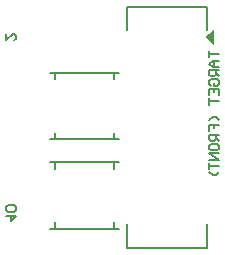
<source format=gbr>
%TF.GenerationSoftware,Altium Limited,Altium Designer,25.5.2 (35)*%
G04 Layer_Color=32896*
%FSLAX45Y45*%
%MOMM*%
%TF.SameCoordinates,263EE719-961F-4448-A72E-CF07F5483F46*%
%TF.FilePolarity,Positive*%
%TF.FileFunction,Legend,Bot*%
%TF.Part,Single*%
G01*
G75*
%TA.AperFunction,NonConductor*%
%ADD19C,0.20000*%
%ADD20C,0.15000*%
G36*
X2169959Y2111350D02*
X2247107Y2047059D01*
Y2175639D01*
X2169959Y2111350D01*
D02*
G37*
D19*
X895000Y1760000D02*
Y1805000D01*
X855000Y1812000D02*
X1440000D01*
X1400000Y1760000D02*
Y1805000D01*
X855000Y1249000D02*
X1440000D01*
X895000Y1260000D02*
Y1305000D01*
X1400000Y1260000D02*
Y1305000D01*
X895000Y1000000D02*
Y1045000D01*
X855000Y1052000D02*
X1440000D01*
X1400000Y1000000D02*
Y1045000D01*
X855000Y489000D02*
X1440000D01*
X895000Y500000D02*
Y545000D01*
X1400000Y500000D02*
Y545000D01*
X1510000Y2370000D02*
X2185000D01*
X1510000Y2170000D02*
Y2370000D01*
X2185000Y2170000D02*
Y2370000D01*
X1510000Y330000D02*
X2185000D01*
Y530000D01*
X1510000Y330000D02*
Y530000D01*
D20*
X484999Y2138316D02*
Y2085000D01*
X538315Y2138316D01*
X551645D01*
X564973Y2124987D01*
Y2098329D01*
X551645Y2085000D01*
X484999Y594988D02*
X564973D01*
X524986Y555001D01*
Y608317D01*
X551644Y634975D02*
X564973Y648304D01*
Y674962D01*
X551644Y688291D01*
X498328D01*
X484999Y674962D01*
Y648304D01*
X498328Y634975D01*
X551644D01*
X2205026Y1995000D02*
Y1941684D01*
Y1968342D01*
X2285000D01*
Y1915026D02*
X2231684D01*
X2205026Y1888368D01*
X2231684Y1861710D01*
X2285000D01*
X2245013D01*
Y1915026D01*
X2285000Y1835052D02*
X2205026D01*
Y1795065D01*
X2218355Y1781736D01*
X2245013D01*
X2258342Y1795065D01*
Y1835052D01*
Y1808394D02*
X2285000Y1781736D01*
X2218355Y1701762D02*
X2205026Y1715091D01*
Y1741749D01*
X2218355Y1755078D01*
X2271671D01*
X2285000Y1741749D01*
Y1715091D01*
X2271671Y1701762D01*
X2245013D01*
Y1728420D01*
X2205026Y1621787D02*
Y1675104D01*
X2285000D01*
Y1621787D01*
X2245013Y1675104D02*
Y1648446D01*
X2205026Y1595129D02*
Y1541813D01*
Y1568471D01*
X2285000D01*
Y1408523D02*
X2258342Y1435181D01*
X2231684D01*
X2205026Y1408523D01*
Y1315220D02*
Y1368536D01*
X2245013D01*
Y1341878D01*
Y1368536D01*
X2285000D01*
Y1288562D02*
X2205026D01*
Y1248574D01*
X2218355Y1235245D01*
X2245013D01*
X2258342Y1248574D01*
Y1288562D01*
Y1261903D02*
X2285000Y1235245D01*
X2205026Y1168600D02*
Y1195258D01*
X2218355Y1208587D01*
X2271671D01*
X2285000Y1195258D01*
Y1168600D01*
X2271671Y1155271D01*
X2218355D01*
X2205026Y1168600D01*
X2285000Y1128613D02*
X2205026D01*
X2285000Y1075297D01*
X2205026D01*
Y1048639D02*
Y995323D01*
Y1021981D01*
X2285000D01*
Y968665D02*
X2258342Y942007D01*
X2231684D01*
X2205026Y968665D01*
%TF.MD5,9ca9fef03763bf9cc2b2b50b6ab3bd6e*%
M02*

</source>
